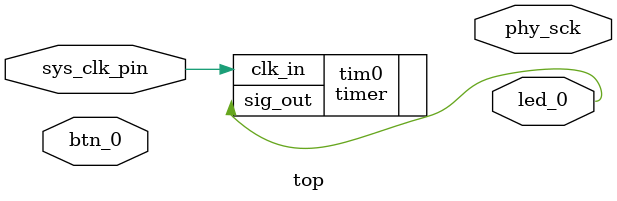
<source format=v>
module top(
  input btn_0,
  input wire sys_clk_pin,

  output led_0,
  output phy_sck
);

timer     tim0
          (
            .clk_in(sys_clk_pin),
            .sig_out(led_0)
          );

endmodule

</source>
